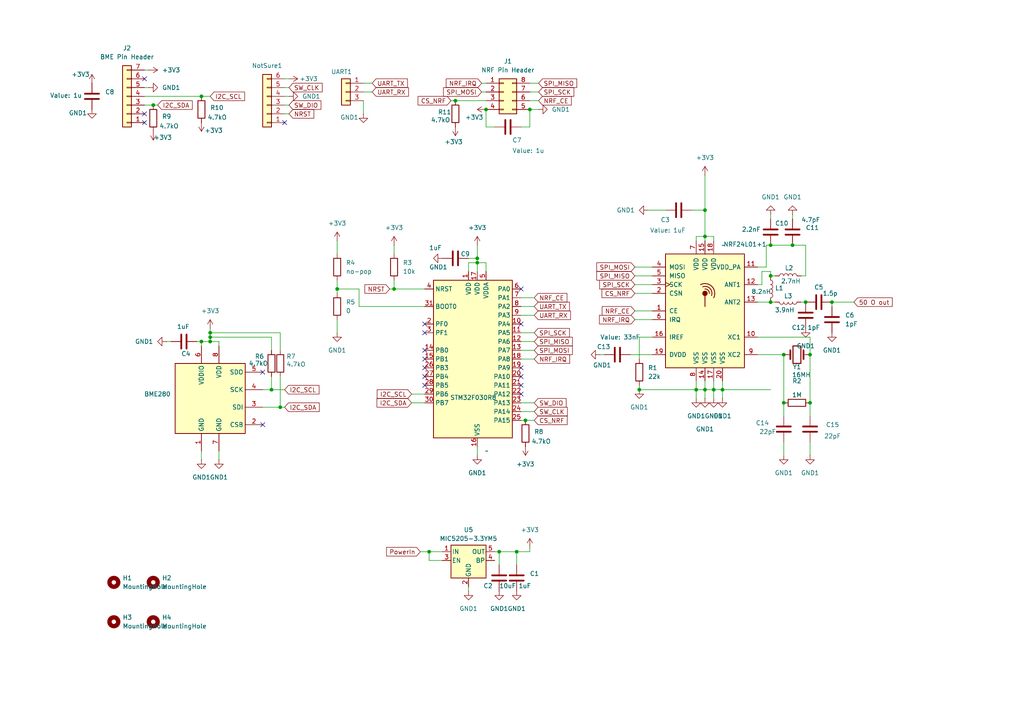
<source format=kicad_sch>
(kicad_sch (version 20231120) (generator "eeschema") (generator_version "8.0")
  (paper "A4")
  (lib_symbols
    (symbol "Connector_Generic:Conn_01x03" (pin_names (offset 1.016) hide)
      (property "Reference" "J" (at 0 5.08 0))
      (property "Value" "Conn_01x03" (at 0 -5.08 0))
      (symbol "Conn_01x03_1_1"
        (pin passive line (at -5.08 2.54 0) (length 3.81) (name "Pin_1") (number "1"))
        (pin passive line (at -5.08 0 0) (length 3.81) (name "Pin_2") (number "2"))
        (pin passive line (at -5.08 -2.54 0) (length 3.81) (name "Pin_3") (number "3"))
      )
    )
    (symbol "Connector_Generic:Conn_01x06" (pin_names (offset 1.016) hide)
      (property "Reference" "J" (at 0 7.62 0))
      (property "Value" "Conn_01x06" (at 0 -10.16 0))
      (symbol "Conn_01x06_1_1"
        (pin passive line (at -5.08 5.08 0) (length 3.81) (name "Pin_1") (number "1"))
        (pin passive line (at -5.08 2.54 0) (length 3.81) (name "Pin_2") (number "2"))
        (pin passive line (at -5.08 0 0) (length 3.81) (name "Pin_3") (number "3"))
        (pin passive line (at -5.08 -2.54 0) (length 3.81) (name "Pin_4") (number "4"))
        (pin passive line (at -5.08 -5.08 0) (length 3.81) (name "Pin_5") (number "5"))
        (pin passive line (at -5.08 -7.62 0) (length 3.81) (name "Pin_6") (number "6"))
      )
    )
    (symbol "Connector_Generic:Conn_01x07" (pin_names (offset 1.016) hide)
      (property "Reference" "J" (at 0 10.16 0))
      (property "Value" "Conn_01x07" (at 0 -10.16 0))
      (symbol "Conn_01x07_1_1"
        (pin passive line (at -5.08 7.62 0) (length 3.81) (name "Pin_1") (number "1"))
        (pin passive line (at -5.08 5.08 0) (length 3.81) (name "Pin_2") (number "2"))
        (pin passive line (at -5.08 2.54 0) (length 3.81) (name "Pin_3") (number "3"))
        (pin passive line (at -5.08 0 0) (length 3.81) (name "Pin_4") (number "4"))
        (pin passive line (at -5.08 -2.54 0) (length 3.81) (name "Pin_5") (number "5"))
        (pin passive line (at -5.08 -5.08 0) (length 3.81) (name "Pin_6") (number "6"))
        (pin passive line (at -5.08 -7.62 0) (length 3.81) (name "Pin_7") (number "7"))
      )
    )
    (symbol "Connector_Generic:Conn_02x04_Counter_Clockwise" (pin_names (offset 1.016) hide)
      (property "Reference" "J" (at 1.27 5.08 0))
      (property "Value" "Conn_02x04_Counter_Clockwise" (at 1.27 -7.62 0))
      (symbol "Conn_02x04_Counter_Clockwise_1_1"
        (pin passive line (at -5.08 2.54 0) (length 3.81) (name "Pin_1") (number "1"))
        (pin passive line (at -5.08 0 0) (length 3.81) (name "Pin_2") (number "2"))
        (pin passive line (at -5.08 -2.54 0) (length 3.81) (name "Pin_3") (number "3"))
        (pin passive line (at -5.08 -5.08 0) (length 3.81) (name "Pin_4") (number "4"))
        (pin passive line (at 7.62 -5.08 180) (length 3.81) (name "Pin_5") (number "5"))
        (pin passive line (at 7.62 -2.54 180) (length 3.81) (name "Pin_6") (number "6"))
        (pin passive line (at 7.62 0 180) (length 3.81) (name "Pin_7") (number "7"))
        (pin passive line (at 7.62 2.54 180) (length 3.81) (name "Pin_8") (number "8"))
      )
    )
    (symbol "Device:C" (pin_numbers hide) (pin_names (offset 0.254))
      (property "Reference" "C" (at 0.635 2.54 0))
      (property "Value" "C" (at 0.635 -2.54 0))
      (symbol "C_1_1"
        (pin passive line (at 0 3.81 270) (length 2.794) (name "~") (number "1"))
        (pin passive line (at 0 -3.81 90) (length 2.794) (name "~") (number "2"))
      )
    )
    (symbol "Device:Crystal" (pin_numbers hide) (pin_names (offset 1.016) hide)
      (property "Reference" "Y" (at 0 3.81 0))
      (property "Value" "Crystal" (at 0 -3.81 0))
      (symbol "Crystal_1_1"
        (pin passive line (at -3.81 0 0) (length 1.27) (name "1") (number "1"))
        (pin passive line (at 3.81 0 180) (length 1.27) (name "2") (number "2"))
      )
    )
    (symbol "Device:L" (pin_numbers hide) (pin_names (offset 1.016) hide)
      (property "Reference" "L" (at -1.27 0 90))
      (property "Value" "L" (at 1.905 0 90))
      (symbol "L_1_1"
        (pin passive line (at 0 3.81 270) (length 1.27) (name "1") (number "1"))
        (pin passive line (at 0 -3.81 90) (length 1.27) (name "2") (number "2"))
      )
    )
    (symbol "Device:R" (pin_numbers hide) (pin_names (offset 0))
      (property "Reference" "R" (at 2.032 0 90))
      (property "Value" "R" (at 0 0 90))
      (symbol "R_1_1"
        (pin passive line (at 0 3.81 270) (length 1.27) (name "~") (number "1"))
        (pin passive line (at 0 -3.81 90) (length 1.27) (name "~") (number "2"))
      )
    )
    (symbol "MCU_ST_STM32F0:STM32F030K6Tx"
      (property "Reference" "U" (at -10.16 24.13 0))
      (property "Value" "STM32F030K6Tx" (at 7.62 24.13 0))
      (symbol "STM32F030K6Tx_1_1"
        (pin power_in line (at 0 25.4 270) (length 2.54) (name "VDD") (number "1"))
        (pin bidirectional line (at 15.24 10.16 180) (length 2.54) (name "PA4") (number "10"))
        (pin bidirectional line (at 15.24 7.62 180) (length 2.54) (name "PA5") (number "11"))
        (pin bidirectional line (at 15.24 5.08 180) (length 2.54) (name "PA6") (number "12"))
        (pin bidirectional line (at 15.24 2.54 180) (length 2.54) (name "PA7") (number "13"))
        (pin bidirectional line (at -12.7 2.54 0) (length 2.54) (name "PB0") (number "14"))
        (pin bidirectional line (at -12.7 0 0) (length 2.54) (name "PB1") (number "15"))
        (pin power_in line (at 2.54 -25.4 90) (length 2.54) (name "VSS") (number "16"))
        (pin power_in line (at 2.54 25.4 270) (length 2.54) (name "VDD") (number "17"))
        (pin bidirectional line (at 15.24 0 180) (length 2.54) (name "PA8") (number "18"))
        (pin bidirectional line (at 15.24 -2.54 180) (length 2.54) (name "PA9") (number "19"))
        (pin bidirectional line (at -12.7 10.16 0) (length 2.54) (name "PF0") (number "2"))
        (pin bidirectional line (at 15.24 -5.08 180) (length 2.54) (name "PA10") (number "20"))
        (pin bidirectional line (at 15.24 -7.62 180) (length 2.54) (name "PA11") (number "21"))
        (pin bidirectional line (at 15.24 -10.16 180) (length 2.54) (name "PA12") (number "22"))
        (pin bidirectional line (at 15.24 -12.7 180) (length 2.54) (name "PA13") (number "23"))
        (pin bidirectional line (at 15.24 -15.24 180) (length 2.54) (name "PA14") (number "24"))
        (pin bidirectional line (at 15.24 -17.78 180) (length 2.54) (name "PA15") (number "25"))
        (pin bidirectional line (at -12.7 -2.54 0) (length 2.54) (name "PB3") (number "26"))
        (pin bidirectional line (at -12.7 -5.08 0) (length 2.54) (name "PB4") (number "27"))
        (pin bidirectional line (at -12.7 -7.62 0) (length 2.54) (name "PB5") (number "28"))
        (pin bidirectional line (at -12.7 -10.16 0) (length 2.54) (name "PB6") (number "29"))
        (pin bidirectional line (at -12.7 7.62 0) (length 2.54) (name "PF1") (number "3"))
        (pin bidirectional line (at -12.7 -12.7 0) (length 2.54) (name "PB7") (number "30"))
        (pin input line (at -12.7 15.24 0) (length 2.54) (name "BOOT0") (number "31"))
        (pin passive line (at 2.54 -25.4 90) (length 2.54) hide (name "VSS") (number "32"))
        (pin input line (at -12.7 20.32 0) (length 2.54) (name "NRST") (number "4"))
        (pin power_in line (at 5.08 25.4 270) (length 2.54) (name "VDDA") (number "5"))
        (pin bidirectional line (at 15.24 20.32 180) (length 2.54) (name "PA0") (number "6"))
        (pin bidirectional line (at 15.24 17.78 180) (length 2.54) (name "PA1") (number "7"))
        (pin bidirectional line (at 15.24 15.24 180) (length 2.54) (name "PA2") (number "8"))
        (pin bidirectional line (at 15.24 12.7 180) (length 2.54) (name "PA3") (number "9"))
      )
    )
    (symbol "Mechanical:MountingHole" (pin_names (offset 1.016)) (exclude_from_sim yes) (in_bom no)
      (property "Reference" "H" (at 0 5.08 0))
      (property "Value" "MountingHole" (at 0 3.175 0))
    )
    (symbol "RF:nRF24L01P" (pin_names (offset 1.016))
      (property "Reference" "U" (at -11.43 17.78 0))
      (property "Value" "nRF24L01P" (at 5.08 17.78 0))
      (symbol "nRF24L01P_1_1"
        (pin input line (at -15.24 0 0) (length 3.81) (name "CE") (number "1"))
        (pin passive line (at 15.24 -7.62 180) (length 3.81) (name "XC1") (number "10"))
        (pin power_out line (at 15.24 12.7 180) (length 3.81) (name "VDD_PA") (number "11"))
        (pin passive line (at 15.24 7.62 180) (length 3.81) (name "ANT1") (number "12"))
        (pin passive line (at 15.24 2.54 180) (length 3.81) (name "ANT2") (number "13"))
        (pin power_in line (at 0 -20.32 90) (length 3.81) (name "VSS") (number "14"))
        (pin power_in line (at 0 20.32 270) (length 3.81) (name "VDD") (number "15"))
        (pin passive line (at -15.24 -7.62 0) (length 3.81) (name "IREF") (number "16"))
        (pin power_in line (at 2.54 -20.32 90) (length 3.81) (name "VSS") (number "17"))
        (pin power_in line (at 2.54 20.32 270) (length 3.81) (name "VDD") (number "18"))
        (pin power_out line (at -15.24 -12.7 0) (length 3.81) (name "DVDD") (number "19"))
        (pin input line (at -15.24 5.08 0) (length 3.81) (name "CSN") (number "2"))
        (pin power_in line (at 5.08 -20.32 90) (length 3.81) (name "VSS") (number "20"))
        (pin input clock (at -15.24 7.62 0) (length 3.81) (name "SCK") (number "3"))
        (pin input line (at -15.24 12.7 0) (length 3.81) (name "MOSI") (number "4"))
        (pin output line (at -15.24 10.16 0) (length 3.81) (name "MISO") (number "5"))
        (pin output line (at -15.24 -2.54 0) (length 3.81) (name "IRQ") (number "6"))
        (pin power_in line (at -2.54 20.32 270) (length 3.81) (name "VDD") (number "7"))
        (pin power_in line (at -2.54 -20.32 90) (length 3.81) (name "VSS") (number "8"))
        (pin passive line (at 15.24 -12.7 180) (length 3.81) (name "XC2") (number "9"))
      )
    )
    (symbol "Regulator_Linear:MIC5205-3.3YM5" (pin_names (offset 0.254))
      (property "Reference" "U" (at -3.81 5.715 0))
      (property "Value" "MIC5205-3.3YM5" (at 0 5.715 0))
      (symbol "MIC5205-3.3YM5_1_1"
        (pin power_in line (at -7.62 2.54 0) (length 2.54) (name "IN") (number "1"))
        (pin power_in line (at 0 -7.62 90) (length 2.54) (name "GND") (number "2"))
        (pin input line (at -7.62 0 0) (length 2.54) (name "EN") (number "3"))
        (pin input line (at 7.62 0 180) (length 2.54) (name "BP") (number "4"))
        (pin power_out line (at 7.62 2.54 180) (length 2.54) (name "OUT") (number "5"))
      )
    )
    (symbol "Sensor:BME280"
      (property "Reference" "U" (at -8.89 11.43 0))
      (property "Value" "BME280" (at 7.62 11.43 0))
      (symbol "BME280_1_1"
        (pin power_in line (at -2.54 -15.24 90) (length 5.08) (name "GND") (number "1"))
        (pin input line (at 15.24 -7.62 180) (length 5.08) (name "CSB") (number "2"))
        (pin bidirectional line (at 15.24 -2.54 180) (length 5.08) (name "SDI") (number "3"))
        (pin input line (at 15.24 2.54 180) (length 5.08) (name "SCK") (number "4"))
        (pin bidirectional line (at 15.24 7.62 180) (length 5.08) (name "SDO") (number "5"))
        (pin power_in line (at -2.54 15.24 270) (length 5.08) (name "VDDIO") (number "6"))
        (pin power_in line (at 2.54 -15.24 90) (length 5.08) (name "GND") (number "7"))
        (pin power_in line (at 2.54 15.24 270) (length 5.08) (name "VDD") (number "8"))
      )
    )
    (symbol "power:+3V3" (power) (pin_numbers hide) (pin_names (offset 0) hide)
      (property "Value" "+3V3" (at 0 3.556 0))
      (symbol "+3V3_1_1"
        (pin power_in line (at 0 0 90) (length 0) (name "~") (number "1"))
      )
    )
    (symbol "power:GND1" (power) (pin_numbers hide) (pin_names (offset 0) hide)
      (property "Value" "GND1" (at 0 -3.81 0))
      (symbol "GND1_1_1"
        (pin power_in line (at 0 0 270) (length 0) (name "~") (number "1"))
      )
    )
  )
  (junction (at 223.52 87.63))
  (junction (at 209.55 113.03))
  (junction (at 229.87 71.12))
  (junction (at 223.52 80.01))
  (junction (at 153.67 31.75))
  (junction (at 132.08 29.21))
  (junction (at 152.4 121.92))
  (junction (at 201.93 113.03))
  (junction (at 138.43 76.2))
  (junction (at 140.97 31.75))
  (junction (at 58.42 27.94))
  (junction (at 144.78 160.02))
  (junction (at 223.52 71.12))
  (junction (at 234.95 116.84))
  (junction (at 60.96 99.06))
  (junction (at 60.96 96.52))
  (junction (at 81.28 118.11))
  (junction (at 204.47 60.96))
  (junction (at 234.95 102.87))
  (junction (at 241.3 87.63))
  (junction (at 149.86 160.02))
  (junction (at 44.45 30.48))
  (junction (at 60.96 97.79))
  (junction (at 204.47 113.03))
  (junction (at 138.43 74.93))
  (junction (at 227.33 102.87))
  (junction (at 124.46 160.02))
  (junction (at 114.3 83.82))
  (junction (at 185.42 113.03))
  (junction (at 233.68 87.63))
  (junction (at 78.74 113.03))
  (junction (at 58.42 99.06))
  (junction (at 207.01 113.03))
  (junction (at 204.47 68.58))
  (junction (at 227.33 116.84))
  (junction (at 97.79 83.82))
  (no_connect (at 123.19 111.76))
  (no_connect (at 151.13 83.82))
  (no_connect (at 151.13 93.98))
  (no_connect (at 151.13 106.68))
  (no_connect (at 82.55 35.56))
  (no_connect (at 151.13 111.76))
  (no_connect (at 123.19 104.14))
  (no_connect (at 41.91 35.56))
  (no_connect (at 123.19 93.98))
  (no_connect (at 123.19 109.22))
  (no_connect (at 151.13 114.3))
  (no_connect (at 123.19 106.68))
  (no_connect (at 123.19 101.6))
  (no_connect (at 76.2 123.19))
  (no_connect (at 123.19 96.52))
  (no_connect (at 76.2 107.95))
  (no_connect (at 41.91 22.86))
  (no_connect (at 41.91 33.02))
  (no_connect (at 151.13 109.22))
  (wire (pts (xy 138.43 74.93) (xy 138.43 76.2)))
  (wire (pts (xy 207.01 69.85) (xy 207.01 68.58)))
  (wire (pts (xy 82.55 33.02) (xy 83.82 33.02)))
  (wire (pts (xy 76.2 113.03) (xy 78.74 113.03)))
  (wire (pts (xy 185.42 111.76) (xy 185.42 113.03)))
  (wire (pts (xy 219.71 102.87) (xy 227.33 102.87)))
  (wire (pts (xy 184.15 85.09) (xy 189.23 85.09)))
  (wire (pts (xy 60.96 95.25) (xy 60.96 96.52)))
  (wire (pts (xy 119.38 114.3) (xy 123.19 114.3)))
  (wire (pts (xy 97.79 83.82) (xy 97.79 81.28)))
  (wire (pts (xy 234.95 97.79) (xy 234.95 102.87)))
  (wire (pts (xy 227.33 116.84) (xy 227.33 120.65)))
  (wire (pts (xy 153.67 160.02) (xy 149.86 160.02)))
  (wire (pts (xy 104.14 88.9) (xy 104.14 83.82)))
  (wire (pts (xy 58.42 130.81) (xy 58.42 133.35)))
  (wire (pts (xy 223.52 80.01) (xy 224.79 80.01)))
  (wire (pts (xy 151.13 36.83) (xy 153.67 36.83)))
  (wire (pts (xy 207.01 110.49) (xy 207.01 113.03)))
  (wire (pts (xy 151.13 116.84) (xy 154.94 116.84)))
  (wire (pts (xy 82.55 27.94) (xy 83.82 27.94)))
  (wire (pts (xy 241.3 87.63) (xy 241.3 88.9)))
  (wire (pts (xy 227.33 102.87) (xy 227.33 116.84)))
  (wire (pts (xy 97.79 69.85) (xy 97.79 73.66)))
  (wire (pts (xy 41.91 25.4) (xy 43.18 25.4)))
  (wire (pts (xy 152.4 121.92) (xy 154.94 121.92)))
  (wire (pts (xy 222.25 71.12) (xy 223.52 71.12)))
  (wire (pts (xy 204.47 60.96) (xy 204.47 68.58)))
  (wire (pts (xy 223.52 62.23) (xy 223.52 63.5)))
  (wire (pts (xy 44.45 30.48) (xy 45.72 30.48)))
  (wire (pts (xy 63.5 99.06) (xy 63.5 100.33)))
  (wire (pts (xy 149.86 160.02) (xy 149.86 163.83)))
  (wire (pts (xy 201.93 113.03) (xy 204.47 113.03)))
  (wire (pts (xy 185.42 97.79) (xy 185.42 104.14)))
  (wire (pts (xy 229.87 71.12) (xy 233.68 71.12)))
  (wire (pts (xy 151.13 88.9) (xy 154.94 88.9)))
  (wire (pts (xy 153.67 29.21) (xy 156.21 29.21)))
  (wire (pts (xy 138.43 129.54) (xy 138.43 132.08)))
  (wire (pts (xy 114.3 71.12) (xy 114.3 73.66)))
  (wire (pts (xy 139.7 24.13) (xy 140.97 24.13)))
  (wire (pts (xy 60.96 96.52) (xy 81.28 96.52)))
  (wire (pts (xy 41.91 27.94) (xy 58.42 27.94)))
  (wire (pts (xy 82.55 30.48) (xy 83.82 30.48)))
  (wire (pts (xy 48.26 99.06) (xy 49.53 99.06)))
  (wire (pts (xy 58.42 99.06) (xy 60.96 99.06)))
  (wire (pts (xy 41.91 20.32) (xy 43.18 20.32)))
  (wire (pts (xy 173.99 102.87) (xy 175.26 102.87)))
  (wire (pts (xy 185.42 113.03) (xy 201.93 113.03)))
  (wire (pts (xy 140.97 76.2) (xy 138.43 76.2)))
  (wire (pts (xy 135.89 76.2) (xy 135.89 78.74)))
  (wire (pts (xy 139.7 26.67) (xy 140.97 26.67)))
  (wire (pts (xy 114.3 83.82) (xy 123.19 83.82)))
  (wire (pts (xy 184.15 77.47) (xy 189.23 77.47)))
  (wire (pts (xy 153.67 31.75) (xy 156.21 31.75)))
  (wire (pts (xy 189.23 97.79) (xy 185.42 97.79)))
  (wire (pts (xy 234.95 102.87) (xy 234.95 116.84)))
  (wire (pts (xy 227.33 128.27) (xy 227.33 132.08)))
  (wire (pts (xy 60.96 97.79) (xy 60.96 99.06)))
  (wire (pts (xy 233.68 71.12) (xy 233.68 80.01)))
  (wire (pts (xy 204.47 113.03) (xy 204.47 115.57)))
  (wire (pts (xy 184.15 82.55) (xy 189.23 82.55)))
  (wire (pts (xy 201.93 110.49) (xy 201.93 113.03)))
  (wire (pts (xy 151.13 121.92) (xy 152.4 121.92)))
  (wire (pts (xy 138.43 71.12) (xy 138.43 74.93)))
  (wire (pts (xy 78.74 109.22) (xy 78.74 113.03)))
  (wire (pts (xy 184.15 90.17) (xy 189.23 90.17)))
  (wire (pts (xy 229.87 62.23) (xy 229.87 63.5)))
  (wire (pts (xy 82.55 25.4) (xy 83.82 25.4)))
  (wire (pts (xy 123.19 88.9) (xy 104.14 88.9)))
  (wire (pts (xy 201.93 113.03) (xy 201.93 115.57)))
  (wire (pts (xy 201.93 68.58) (xy 201.93 69.85)))
  (wire (pts (xy 135.89 74.93) (xy 138.43 74.93)))
  (wire (pts (xy 41.91 30.48) (xy 44.45 30.48)))
  (wire (pts (xy 151.13 119.38) (xy 154.94 119.38)))
  (wire (pts (xy 223.52 71.12) (xy 229.87 71.12)))
  (wire (pts (xy 132.08 29.21) (xy 140.97 29.21)))
  (wire (pts (xy 204.47 68.58) (xy 201.93 68.58)))
  (wire (pts (xy 114.3 83.82) (xy 114.3 81.28)))
  (wire (pts (xy 104.14 83.82) (xy 97.79 83.82)))
  (wire (pts (xy 247.65 87.63) (xy 241.3 87.63)))
  (wire (pts (xy 144.78 160.02) (xy 149.86 160.02)))
  (wire (pts (xy 78.74 97.79) (xy 60.96 97.79)))
  (wire (pts (xy 204.47 50.8) (xy 204.47 60.96)))
  (wire (pts (xy 78.74 97.79) (xy 78.74 101.6)))
  (wire (pts (xy 58.42 99.06) (xy 58.42 100.33)))
  (wire (pts (xy 151.13 104.14) (xy 154.94 104.14)))
  (wire (pts (xy 233.68 80.01) (xy 232.41 80.01)))
  (wire (pts (xy 105.41 29.21) (xy 105.41 33.02)))
  (wire (pts (xy 60.96 96.52) (xy 60.96 97.79)))
  (wire (pts (xy 135.89 170.18) (xy 135.89 171.45)))
  (wire (pts (xy 124.46 160.02) (xy 128.27 160.02)))
  (wire (pts (xy 76.2 118.11) (xy 81.28 118.11)))
  (wire (pts (xy 200.66 60.96) (xy 204.47 60.96)))
  (wire (pts (xy 81.28 109.22) (xy 81.28 118.11)))
  (wire (pts (xy 151.13 101.6) (xy 154.94 101.6)))
  (wire (pts (xy 234.95 128.27) (xy 234.95 132.08)))
  (wire (pts (xy 57.15 99.06) (xy 58.42 99.06)))
  (wire (pts (xy 140.97 36.83) (xy 143.51 36.83)))
  (wire (pts (xy 144.78 160.02) (xy 144.78 163.83)))
  (wire (pts (xy 153.67 158.75) (xy 153.67 160.02)))
  (wire (pts (xy 60.96 99.06) (xy 63.5 99.06)))
  (wire (pts (xy 81.28 118.11) (xy 82.55 118.11)))
  (wire (pts (xy 222.25 77.47) (xy 222.25 71.12)))
  (wire (pts (xy 184.15 80.01) (xy 189.23 80.01)))
  (wire (pts (xy 151.13 91.44) (xy 154.94 91.44)))
  (wire (pts (xy 124.46 162.56) (xy 124.46 160.02)))
  (wire (pts (xy 204.47 68.58) (xy 204.47 69.85)))
  (wire (pts (xy 78.74 113.03) (xy 82.55 113.03)))
  (wire (pts (xy 219.71 82.55) (xy 220.98 82.55)))
  (wire (pts (xy 97.79 83.82) (xy 97.79 85.09)))
  (wire (pts (xy 219.71 97.79) (xy 234.95 97.79)))
  (wire (pts (xy 81.28 96.52) (xy 81.28 101.6)))
  (wire (pts (xy 143.51 160.02) (xy 144.78 160.02)))
  (wire (pts (xy 151.13 99.06) (xy 154.94 99.06)))
  (wire (pts (xy 63.5 130.81) (xy 63.5 133.35)))
  (wire (pts (xy 135.89 76.2) (xy 138.43 76.2)))
  (wire (pts (xy 140.97 31.75) (xy 140.97 36.83)))
  (wire (pts (xy 184.15 92.71) (xy 189.23 92.71)))
  (wire (pts (xy 128.27 162.56) (xy 124.46 162.56)))
  (wire (pts (xy 219.71 77.47) (xy 222.25 77.47)))
  (wire (pts (xy 207.01 113.03) (xy 209.55 113.03)))
  (wire (pts (xy 153.67 31.75) (xy 153.67 36.83)))
  (wire (pts (xy 82.55 22.86) (xy 83.82 22.86)))
  (wire (pts (xy 138.43 76.2) (xy 138.43 78.74)))
  (wire (pts (xy 223.52 78.74) (xy 220.98 78.74)))
  (wire (pts (xy 219.71 87.63) (xy 223.52 87.63)))
  (wire (pts (xy 113.03 83.82) (xy 114.3 83.82)))
  (wire (pts (xy 223.52 113.03) (xy 209.55 113.03)))
  (wire (pts (xy 151.13 96.52) (xy 154.94 96.52)))
  (wire (pts (xy 223.52 87.63) (xy 224.79 87.63)))
  (wire (pts (xy 209.55 110.49) (xy 209.55 113.03)))
  (wire (pts (xy 223.52 80.01) (xy 223.52 78.74)))
  (wire (pts (xy 153.67 26.67) (xy 156.21 26.67)))
  (wire (pts (xy 140.97 76.2) (xy 140.97 78.74)))
  (wire (pts (xy 153.67 24.13) (xy 156.21 24.13)))
  (wire (pts (xy 97.79 92.71) (xy 97.79 96.52)))
  (wire (pts (xy 209.55 113.03) (xy 209.55 115.57)))
  (wire (pts (xy 220.98 78.74) (xy 220.98 82.55)))
  (wire (pts (xy 151.13 86.36) (xy 154.94 86.36)))
  (wire (pts (xy 105.41 24.13) (xy 107.95 24.13)))
  (wire (pts (xy 130.81 29.21) (xy 132.08 29.21)))
  (wire (pts (xy 204.47 110.49) (xy 204.47 113.03)))
  (wire (pts (xy 58.42 27.94) (xy 60.96 27.94)))
  (wire (pts (xy 105.41 26.67) (xy 107.95 26.67)))
  (wire (pts (xy 207.01 113.03) (xy 207.01 115.57)))
  (wire (pts (xy 182.88 102.87) (xy 189.23 102.87)))
  (wire (pts (xy 119.38 116.84) (xy 123.19 116.84)))
  (wire (pts (xy 233.68 87.63) (xy 232.41 87.63)))
  (wire (pts (xy 234.95 120.65) (xy 234.95 116.84)))
  (wire (pts (xy 204.47 113.03) (xy 207.01 113.03)))
  (wire (pts (xy 207.01 68.58) (xy 204.47 68.58)))
  (wire (pts (xy 121.92 160.02) (xy 124.46 160.02)))
  (wire (pts (xy 187.96 60.96) (xy 193.04 60.96)))
  (global_label "I2C_SCL" (shape input) (at 60.96 27.94 0) (property "Intersheetrefs" "${INTERSHEET_REFS}" (effects (hide yes))))
  (global_label "I2C_SDA" (shape input) (at 82.55 118.11 0) (property "Intersheetrefs" "${INTERSHEET_REFS}" (effects (hide yes))))
  (global_label "NRF_CE" (shape input) (at 154.94 86.36 0) (property "Intersheetrefs" "${INTERSHEET_REFS}" (effects (hide yes))))
  (global_label "NRST" (shape input) (at 113.03 83.82 180) (property "Intersheetrefs" "${INTERSHEET_REFS}" (effects (hide yes))))
  (global_label "UART_TX" (shape input) (at 154.94 88.9 0) (property "Intersheetrefs" "${INTERSHEET_REFS}" (effects (hide yes))))
  (global_label "SPI_SCK" (shape input) (at 156.21 26.67 0) (property "Intersheetrefs" "${INTERSHEET_REFS}" (effects (hide yes))))
  (global_label "SPI_MISO" (shape input) (at 184.15 80.01 180) (property "Intersheetrefs" "${INTERSHEET_REFS}" (effects (hide yes))))
  (global_label "SPI_SCK" (shape input) (at 184.15 82.55 180) (property "Intersheetrefs" "${INTERSHEET_REFS}" (effects (hide yes))))
  (global_label "NRF_CE" (shape input) (at 184.15 90.17 180) (property "Intersheetrefs" "${INTERSHEET_REFS}" (effects (hide yes))))
  (global_label "UART_RX" (shape input) (at 107.95 26.67 0) (property "Intersheetrefs" "${INTERSHEET_REFS}" (effects (hide yes))))
  (global_label "SPI_MISO" (shape input) (at 154.94 99.06 0) (property "Intersheetrefs" "${INTERSHEET_REFS}" (effects (hide yes))))
  (global_label "NRF_CE" (shape input) (at 156.21 29.21 0) (property "Intersheetrefs" "${INTERSHEET_REFS}" (effects (hide yes))))
  (global_label "CS_NRF" (shape input) (at 154.94 121.92 0) (property "Intersheetrefs" "${INTERSHEET_REFS}" (effects (hide yes))))
  (global_label "SPI_MISO" (shape input) (at 156.21 24.13 0) (property "Intersheetrefs" "${INTERSHEET_REFS}" (effects (hide yes))))
  (global_label "NRF_IRQ" (shape input) (at 154.94 104.14 0) (property "Intersheetrefs" "${INTERSHEET_REFS}" (effects (hide yes))))
  (global_label "I2C_SDA" (shape input) (at 45.72 30.48 0) (property "Intersheetrefs" "${INTERSHEET_REFS}" (effects (hide yes))))
  (global_label "SPI_MOSI" (shape input) (at 139.7 26.67 180) (property "Intersheetrefs" "${INTERSHEET_REFS}" (effects (hide yes))))
  (global_label "SW_DIO" (shape input) (at 154.94 116.84 0) (property "Intersheetrefs" "${INTERSHEET_REFS}" (effects (hide yes))))
  (global_label "NRF_IRQ" (shape input) (at 184.15 92.71 180) (property "Intersheetrefs" "${INTERSHEET_REFS}" (effects (hide yes))))
  (global_label "I2C_SCL" (shape input) (at 119.38 114.3 180) (property "Intersheetrefs" "${INTERSHEET_REFS}" (effects (hide yes))))
  (global_label "NRST" (shape input) (at 83.82 33.02 0) (property "Intersheetrefs" "${INTERSHEET_REFS}" (effects (hide yes))))
  (global_label "I2C_SCL" (shape input) (at 82.55 113.03 0) (property "Intersheetrefs" "${INTERSHEET_REFS}" (effects (hide yes))))
  (global_label "SW_CLK" (shape input) (at 154.94 119.38 0) (property "Intersheetrefs" "${INTERSHEET_REFS}" (effects (hide yes))))
  (global_label "UART_RX" (shape input) (at 154.94 91.44 0) (property "Intersheetrefs" "${INTERSHEET_REFS}" (effects (hide yes))))
  (global_label "UART_TX" (shape input) (at 107.95 24.13 0) (property "Intersheetrefs" "${INTERSHEET_REFS}" (effects (hide yes))))
  (global_label "SPI_SCK" (shape input) (at 154.94 96.52 0) (property "Intersheetrefs" "${INTERSHEET_REFS}" (effects (hide yes))))
  (global_label "CS_NRF" (shape input) (at 130.81 29.21 180) (property "Intersheetrefs" "${INTERSHEET_REFS}" (effects (hide yes))))
  (global_label "I2C_SDA" (shape input) (at 119.38 116.84 180) (property "Intersheetrefs" "${INTERSHEET_REFS}" (effects (hide yes))))
  (global_label "SPI_MOSI" (shape input) (at 154.94 101.6 0) (property "Intersheetrefs" "${INTERSHEET_REFS}" (effects (hide yes))))
  (global_label "SW_CLK" (shape input) (at 83.82 25.4 0) (property "Intersheetrefs" "${INTERSHEET_REFS}" (effects (hide yes))))
  (global_label "PowerIn" (shape input) (at 121.92 160.02 180) (property "Intersheetrefs" "${INTERSHEET_REFS}" (effects (hide yes))))
  (global_label "SW_DIO" (shape input) (at 83.82 30.48 0) (property "Intersheetrefs" "${INTERSHEET_REFS}" (effects (hide yes))))
  (global_label "50 O out" (shape input) (at 247.65 87.63 0) (property "Intersheetrefs" "${INTERSHEET_REFS}" (effects (hide yes))))
  (global_label "CS_NRF" (shape input) (at 184.15 85.09 180) (property "Intersheetrefs" "${INTERSHEET_REFS}" (effects (hide yes))))
  (global_label "SPI_MOSI" (shape input) (at 184.15 77.47 180) (property "Intersheetrefs" "${INTERSHEET_REFS}" (effects (hide yes))))
  (global_label "NRF_IRQ" (shape input) (at 139.7 24.13 180) (property "Intersheetrefs" "${INTERSHEET_REFS}" (effects (hide yes))))
  (symbol (lib_id "power:GND1") (at 173.99 102.87 270) (mirror x) (unit 1)
    (property "Reference" "#PWR025" (effects (hide yes)))
    (property "Value" "GND1" (at 177.292 105.918 90) (effects (justify right)))
    (property "Description" "Power symbol creates a global label with name \"GND1\" , ground" (effects (hide yes)))
  )
  (symbol (lib_id "power:GND1") (at 156.21 31.75 90) (mirror x) (unit 1)
    (property "Reference" "#PWR031" (effects (hide yes)))
    (property "Value" "GND1" (at 160.02 31.7501 90) (effects (justify right)))
    (property "Description" "Power symbol creates a global label with name \"GND1\" , ground" (effects (hide yes)))
  )
  (symbol (lib_id "power:GND1") (at 234.95 132.08 0) (unit 1)
    (property "Reference" "#PWR027" (effects (hide yes)))
    (property "Value" "GND1" (at 234.95 137.16 0))
    (property "Description" "Power symbol creates a global label with name \"GND1\" , ground" (effects (hide yes)))
  )
  (symbol (lib_id "power:GND1") (at 229.87 62.23 0) (mirror x) (unit 1)
    (property "Reference" "#PWR019" (effects (hide yes)))
    (property "Value" "GND1" (at 229.87 57.15 0))
    (property "Description" "Power symbol creates a global label with name \"GND1\" , ground" (effects (hide yes)))
  )
  (symbol (lib_id "power:+3V3") (at 152.4 129.54 0) (mirror x) (unit 1)
    (property "Reference" "#PWR039" (effects (hide yes)))
    (property "Value" "+3V3" (at 152.4 134.62 0))
    (property "Description" "Power symbol creates a global label with name \"+3V3\"" (effects (hide yes)))
  )
  (symbol (lib_id "Device:C") (at 241.3 92.71 0) (unit 1)
    (property "Reference" "C6" (at 245.11 91.4399 0) (effects (justify left)))
    (property "Value" "1pF" (at 245.11 93.9799 0) (effects (justify left)))
    (property "Footprint" "Capacitor_SMD:C_0402_1005Metric_Pad0.74x0.62mm_HandSolder" (effects (hide yes)))
    (property "Description" "Unpolarized capacitor" (effects (hide yes)))
  )
  (symbol (lib_id "Device:L") (at 223.52 83.82 0) (unit 1)
    (property "Reference" "L1" (at 224.79 83.566 0) (effects (justify left)))
    (property "Value" "8.2nH" (at 217.932 84.582 0) (effects (justify left)))
    (property "Footprint" "Inductor_SMD:L_0402_1005Metric_Pad0.77x0.64mm_HandSolder" (effects (hide yes)))
    (property "Description" "Inductor" (effects (hide yes)))
  )
  (symbol (lib_id "Device:Crystal") (at 231.14 102.87 0) (unit 1)
    (property "Reference" "Y1" (at 231.14 106.426 0))
    (property "Value" "16MH" (at 232.41 108.712 0))
    (property "Footprint" "ECS-160-20-46X:XTAL_ECS-160-20-46X" (effects (hide yes)))
    (property "Description" "Two pin crystal" (effects (hide yes)))
  )
  (symbol (lib_id "power:GND1") (at 187.96 60.96 270) (mirror x) (unit 1)
    (property "Reference" "#PWR024" (effects (hide yes)))
    (property "Value" "GND1" (at 184.15 60.9599 90) (effects (justify right)))
    (property "Description" "Power symbol creates a global label with name \"GND1\" , ground" (effects (hide yes)))
  )
  (symbol (lib_id "power:+3V3") (at 43.18 20.32 270) (unit 1)
    (property "Reference" "#PWR032" (effects (hide yes)))
    (property "Value" "+3V3" (at 46.99 20.3199 90) (effects (justify left)))
    (property "Description" "Power symbol creates a global label with name \"+3V3\"" (effects (hide yes)))
  )
  (symbol (lib_id "power:+3V3") (at 26.67 24.13 0) (unit 1)
    (property "Reference" "#PWR034" (effects (hide yes)))
    (property "Value" "+3V3" (at 23.368 21.59 0))
    (property "Description" "Power symbol creates a global label with name \"+3V3\"" (effects (hide yes)))
  )
  (symbol (lib_id "power:GND1") (at 223.52 62.23 0) (mirror x) (unit 1)
    (property "Reference" "#PWR022" (effects (hide yes)))
    (property "Value" "GND1" (at 223.52 57.15 0))
    (property "Description" "Power symbol creates a global label with name \"GND1\" , ground" (effects (hide yes)))
  )
  (symbol (lib_id "Connector_Generic:Conn_01x03") (at 100.33 26.67 0) (mirror y) (unit 1)
    (property "Reference" "UART1" (at 102.108 20.828 0) (effects (justify left)))
    (property "Value" "UART" (effects (hide yes)))
    (property "Footprint" "Connector_PinHeader_2.54mm:PinHeader_1x03_P2.54mm_Vertical" (effects (hide yes)))
    (property "Description" "Generic connector, single row, 01x03, script generated (kicad-library-utils/schlib/autogen/connector/)" (effects (hide yes)))
  )
  (symbol (lib_id "Device:C") (at 223.52 67.31 0) (unit 1)
    (property "Reference" "C10" (at 224.79 64.77 0) (effects (justify left)))
    (property "Value" "2.2nF" (at 215.138 66.548 0) (effects (justify left)))
    (property "Footprint" "Capacitor_SMD:C_0402_1005Metric_Pad0.74x0.62mm_HandSolder" (effects (hide yes)))
    (property "Description" "Unpolarized capacitor" (effects (hide yes)))
  )
  (symbol (lib_id "power:GND1") (at 227.33 132.08 0) (unit 1)
    (property "Reference" "#PWR026" (effects (hide yes)))
    (property "Value" "GND1" (at 227.33 137.16 0))
    (property "Description" "Power symbol creates a global label with name \"GND1\" , ground" (effects (hide yes)))
  )
  (symbol (lib_id "power:GND1") (at 97.79 96.52 0) (unit 1)
    (property "Reference" "#PWR018" (effects (hide yes)))
    (property "Value" "GND1" (at 97.79 101.6 0))
    (property "Description" "Power symbol creates a global label with name \"GND1\" , ground" (effects (hide yes)))
  )
  (symbol (lib_id "Device:L") (at 228.6 87.63 270) (unit 1)
    (property "Reference" "L3" (at 228.6 85.852 90))
    (property "Value" "3.9nH" (at 227.584 89.916 90))
    (property "Footprint" "Inductor_SMD:L_0402_1005Metric_Pad0.77x0.64mm_HandSolder" (effects (hide yes)))
    (property "Description" "Inductor" (effects (hide yes)))
  )
  (symbol (lib_id "Device:R") (at 78.74 105.41 0) (unit 1)
    (property "Reference" "R6" (at 73.914 103.378 0) (effects (justify left)))
    (property "Value" "4.7kO" (at 72.136 105.41 0) (effects (justify left)))
    (property "Footprint" "Resistor_SMD:R_0603_1608Metric_Pad0.98x0.95mm_HandSolder" (effects (hide yes)))
    (property "Description" "Resistor" (effects (hide yes)))
    (property "Sim.Device" "R" (effects (hide yes)))
    (property "Sim.Type" "=" (effects (hide yes)))
    (property "Sim.Params" "r=22000" (effects (hide yes)))
    (property "Sim.Pins" "1=+ 2=-" (effects (hide yes)))
  )
  (symbol (lib_id "power:GND1") (at 83.82 27.94 90) (unit 1)
    (property "Reference" "#PWR037" (effects (hide yes)))
    (property "Value" "GND1" (at 87.63 27.9399 90) (effects (justify right)))
    (property "Description" "Power symbol creates a global label with name \"GND1\" , ground" (effects (hide yes)))
  )
  (symbol (lib_id "power:+3V3") (at 83.82 22.86 270) (unit 1)
    (property "Reference" "#PWR036" (effects (hide yes)))
    (property "Value" "+3V3" (at 86.868 22.86 90) (effects (justify left)))
    (property "Description" "Power symbol creates a global label with name \"+3V3\"" (effects (hide yes)))
  )
  (symbol (lib_id "Sensor:BME280") (at 60.96 115.57 0) (unit 1)
    (property "Reference" "BME280" (at 49.53 114.2999 0) (effects (justify right)))
    (property "Value" "BME280" (effects (hide yes)))
    (property "Footprint" "Package_LGA:Bosch_LGA-8_2.5x2.5mm_P0.65mm_ClockwisePinNumbering" (effects (hide yes)))
    (property "Datasheet" "https://www.bosch-sensortec.com/media/boschsensortec/downloads/datasheets/bst-bme280-ds002.pdf" (effects (hide yes)))
    (property "Description" "3-in-1 sensor, humidity, pressure, temperature, I2C and SPI interface, 1.71-3.6V, LGA-8" (effects (hide yes)))
  )
  (symbol (lib_id "Device:R") (at 44.45 34.29 0) (mirror x) (unit 1)
    (property "Reference" "R9" (at 46.99 33.782 0) (effects (justify left)))
    (property "Value" "4.7kO" (at 46.228 36.576 0) (effects (justify left)))
    (property "Footprint" "Resistor_SMD:R_0603_1608Metric_Pad0.98x0.95mm_HandSolder" (effects (hide yes)))
    (property "Description" "Resistor" (effects (hide yes)))
    (property "Sim.Device" "R" (effects (hide yes)))
    (property "Sim.Type" "=" (effects (hide yes)))
    (property "Sim.Params" "r=22000" (effects (hide yes)))
    (property "Sim.Pins" "1=+ 2=-" (effects (hide yes)))
  )
  (symbol (lib_id "Device:R") (at 97.79 77.47 0) (unit 1)
    (property "Reference" "R4" (at 100.33 76.1999 0) (effects (justify left)))
    (property "Value" "no-pop" (at 100.33 78.7399 0) (effects (justify left)))
    (property "Footprint" "Resistor_SMD:R_0603_1608Metric_Pad0.98x0.95mm_HandSolder" (effects (hide yes)))
    (property "Description" "Resistor" (effects (hide yes)))
  )
  (symbol (lib_id "Device:C") (at 229.87 67.31 0) (unit 1)
    (property "Reference" "C11" (at 233.68 66.0399 0) (effects (justify left)))
    (property "Value" "4.7pF" (at 232.41 63.754 0) (effects (justify left)))
    (property "Footprint" "Capacitor_SMD:C_0402_1005Metric_Pad0.74x0.62mm_HandSolder" (effects (hide yes)))
    (property "Description" "Unpolarized capacitor" (effects (hide yes)))
  )
  (symbol (lib_id "power:+3V3") (at 132.08 36.83 0) (mirror x) (unit 1)
    (property "Reference" "#PWR09" (effects (hide yes)))
    (property "Value" "+3V3" (at 131.572 41.148 0))
    (property "Description" "Power symbol creates a global label with name \"+3V3\"" (effects (hide yes)))
  )
  (symbol (lib_id "Device:R") (at 114.3 77.47 0) (unit 1)
    (property "Reference" "R3" (at 116.84 76.1999 0) (effects (justify left)))
    (property "Value" "10k" (at 116.84 78.7399 0) (effects (justify left)))
    (property "Footprint" "Resistor_SMD:R_0603_1608Metric_Pad0.98x0.95mm_HandSolder" (effects (hide yes)))
    (property "Description" "Resistor" (effects (hide yes)))
  )
  (symbol (lib_id "power:GND1") (at 241.3 96.52 0) (unit 1)
    (property "Reference" "#PWR016" (effects (hide yes)))
    (property "Value" "GND1" (at 241.3 101.6 0))
    (property "Description" "Power symbol creates a global label with name \"GND1\" , ground" (effects (hide yes)))
  )
  (symbol (lib_id "power:GND1") (at 201.93 115.57 0) (unit 1)
    (property "Reference" "#PWR01" (effects (hide yes)))
    (property "Value" "GND1" (at 201.93 120.65 0))
    (property "Description" "Power symbol creates a global label with name \"GND1\" , ground" (effects (hide yes)))
  )
  (symbol (lib_id "Connector_Generic:Conn_01x07") (at 36.83 27.94 180) (unit 1)
    (property "Reference" "J2" (at 36.83 13.97 0))
    (property "Value" "BME Pin Header" (at 36.83 16.51 0))
    (property "Footprint" "Connector_PinHeader_2.54mm:PinHeader_1x07_P2.54mm_Vertical" (effects (hide yes)))
    (property "Description" "Generic connector, single row, 01x07, script generated (kicad-library-utils/schlib/autogen/connector/)" (effects (hide yes)))
  )
  (symbol (lib_id "power:+3V3") (at 58.42 35.56 0) (mirror x) (unit 1)
    (property "Reference" "#PWR015" (effects (hide yes)))
    (property "Value" "+3V3" (at 61.976 37.846 0))
    (property "Description" "Power symbol creates a global label with name \"+3V3\"" (effects (hide yes)))
  )
  (symbol (lib_id "Device:C") (at 227.33 124.46 0) (unit 1)
    (property "Reference" "C14" (at 219.202 122.682 0) (effects (justify left)))
    (property "Value" "22pF" (at 220.218 125.222 0) (effects (justify left)))
    (property "Footprint" "Capacitor_SMD:C_0603_1608Metric_Pad1.08x0.95mm_HandSolder" (effects (hide yes)))
    (property "Description" "Unpolarized capacitor" (effects (hide yes)))
  )
  (symbol (lib_id "power:+3V3") (at 140.97 31.75 90) (unit 1)
    (property "Reference" "#PWR030" (effects (hide yes)))
    (property "Value" "+3V3" (at 140.208 34.036 90) (effects (justify left)))
    (property "Description" "Power symbol creates a global label with name \"+3V3\"" (effects (hide yes)))
  )
  (symbol (lib_id "power:GND1") (at 48.26 99.06 270) (unit 1)
    (property "Reference" "#PWR028" (effects (hide yes)))
    (property "Value" "GND1" (at 44.45 99.0599 90) (effects (justify right)))
    (property "Description" "Power symbol creates a global label with name \"GND1\" , ground" (effects (hide yes)))
  )
  (symbol (lib_id "Device:C") (at 147.32 36.83 270) (unit 1)
    (property "Reference" "C7" (at 148.5901 40.64 90) (effects (justify left)))
    (property "Value" "1u" (at 148.59 43.688 90) (show_name yes) (effects (justify left)))
    (property "Footprint" "Capacitor_SMD:C_0603_1608Metric_Pad1.08x0.95mm_HandSolder" (effects (hide yes)))
    (property "Description" "Unpolarized capacitor" (effects (hide yes)))
  )
  (symbol (lib_id "Device:C") (at 149.86 167.64 0) (unit 1)
    (property "Reference" "C1" (at 153.67 166.3699 0) (effects (justify left)))
    (property "Value" "1uF" (at 150.368 169.926 0) (effects (justify left)))
    (property "Footprint" "Capacitor_SMD:C_0603_1608Metric_Pad1.08x0.95mm_HandSolder" (effects (hide yes)))
    (property "Description" "Unpolarized capacitor" (effects (hide yes)))
  )
  (symbol (lib_id "Device:R") (at 58.42 31.75 0) (mirror x) (unit 1)
    (property "Reference" "R10" (at 60.96 31.242 0) (effects (justify left)))
    (property "Value" "4.7kO" (at 60.198 34.036 0) (effects (justify left)))
    (property "Footprint" "Resistor_SMD:R_0603_1608Metric_Pad0.98x0.95mm_HandSolder" (effects (hide yes)))
    (property "Description" "Resistor" (effects (hide yes)))
    (property "Sim.Device" "R" (effects (hide yes)))
    (property "Sim.Type" "=" (effects (hide yes)))
    (property "Sim.Params" "r=22000" (effects (hide yes)))
    (property "Sim.Pins" "1=+ 2=-" (effects (hide yes)))
  )
  (symbol (lib_id "power:GND1") (at 204.47 115.57 0) (unit 1)
    (property "Reference" "#PWR02" (effects (hide yes)))
    (property "Value" "GND1" (at 204.47 124.46 0))
    (property "Description" "Power symbol creates a global label with name \"GND1\" , ground" (effects (hide yes)))
  )
  (symbol (lib_id "power:GND1") (at 128.27 74.93 270) (unit 1)
    (property "Reference" "#PWR023" (effects (hide yes)))
    (property "Value" "GND1" (at 129.794 77.47 90) (effects (justify right)))
    (property "Description" "Power symbol creates a global label with name \"GND1\" , ground" (effects (hide yes)))
  )
  (symbol (lib_id "power:GND1") (at 58.42 133.35 0) (unit 1)
    (property "Reference" "#PWR011" (effects (hide yes)))
    (property "Value" "GND1" (at 58.42 138.43 0))
    (property "Description" "Power symbol creates a global label with name \"GND1\" , ground" (effects (hide yes)))
  )
  (symbol (lib_id "Connector_Generic:Conn_02x04_Counter_Clockwise") (at 146.05 26.67 0) (unit 1)
    (property "Reference" "J1" (at 147.32 17.78 0))
    (property "Value" "NRF Pin Header" (at 147.32 20.32 0))
    (property "Footprint" "Connector_PinHeader_2.54mm:PinHeader_2x04_P2.54mm_Vertical" (effects (hide yes)))
    (property "Description" "Generic connector, double row, 02x04, counter clockwise pin numbering scheme (similar to DIP package numbering), script generated (kicad-library-utils/schlib/autogen/connector/)" (effects (hide yes)))
  )
  (symbol (lib_id "Device:R") (at 97.79 88.9 0) (unit 1)
    (property "Reference" "R5" (at 100.33 87.6299 0) (effects (justify left)))
    (property "Value" "0" (at 100.33 90.1699 0) (effects (justify left)))
    (property "Footprint" "Resistor_SMD:R_0603_1608Metric_Pad0.98x0.95mm_HandSolder" (effects (hide yes)))
    (property "Description" "Resistor" (effects (hide yes)))
  )
  (symbol (lib_id "Device:C") (at 233.68 91.44 0) (unit 1)
    (property "Reference" "C12" (at 229.616 94.996 0) (effects (justify left)))
    (property "Value" "1pF" (at 234.188 94.996 0) (effects (justify left)))
    (property "Footprint" "Capacitor_SMD:C_0402_1005Metric_Pad0.74x0.62mm_HandSolder" (effects (hide yes)))
    (property "Description" "Unpolarized capacitor" (effects (hide yes)))
  )
  (symbol (lib_id "power:GND1") (at 135.89 171.45 0) (unit 1)
    (property "Reference" "#PWR06" (effects (hide yes)))
    (property "Value" "GND1" (at 135.89 176.53 0))
    (property "Description" "Power symbol creates a global label with name \"GND1\" , ground" (effects (hide yes)))
  )
  (symbol (lib_id "Device:L") (at 228.6 80.01 90) (unit 1)
    (property "Reference" "L2" (at 228.854 77.724 90))
    (property "Value" "2.7nH" (at 229.362 81.534 90))
    (property "Footprint" "Inductor_SMD:L_0402_1005Metric_Pad0.77x0.64mm_HandSolder" (effects (hide yes)))
    (property "Description" "Inductor" (effects (hide yes)))
  )
  (symbol (lib_id "Device:R") (at 231.14 116.84 90) (unit 1)
    (property "Reference" "R2" (at 231.14 110.49 90))
    (property "Value" "1M" (at 231.14 114.554 90))
    (property "Footprint" "Resistor_SMD:R_0603_1608Metric_Pad0.98x0.95mm_HandSolder" (effects (hide yes)))
    (property "Description" "Resistor" (effects (hide yes)))
    (property "Sim.Device" "R" (effects (hide yes)))
    (property "Sim.Type" "=" (effects (hide yes)))
    (property "Sim.Params" "r=22000" (effects (hide yes)))
    (property "Sim.Pins" "1=+ 2=-" (effects (hide yes)))
  )
  (symbol (lib_id "power:GND1") (at 43.18 25.4 90) (unit 1)
    (property "Reference" "#PWR033" (effects (hide yes)))
    (property "Value" "GND1" (at 46.99 25.3999 90) (effects (justify right)))
    (property "Description" "Power symbol creates a global label with name \"GND1\" , ground" (effects (hide yes)))
  )
  (symbol (lib_id "RF:nRF24L01P") (at 204.47 90.17 0) (unit 1)
    (property "Reference" "NRF24L01+1" (at 209.804 70.866 0) (effects (justify left)))
    (property "Value" "~" (at 209.2041 71.12 0) (effects (justify left)))
    (property "Footprint" "Package_DFN_QFN:QFN-20-1EP_4x4mm_P0.5mm_EP2.5x2.5mm" (effects (hide yes)))
    (property "Datasheet" "http://www.nordicsemi.com/eng/content/download/2726/34069/file/nRF24L01P_Product_Specification_1_0.pdf" (effects (hide yes)))
    (property "Description" "nRF24L01+, Ultra low power 2.4GHz RF Transceiver, QFN20 4x4mm" (effects (hide yes)))
  )
  (symbol (lib_id "power:GND1") (at 207.01 115.57 0) (unit 1)
    (property "Reference" "#PWR03" (effects (hide yes)))
    (property "Value" "GND1" (at 207.01 120.65 0))
    (property "Description" "Power symbol creates a global label with name \"GND1\" , ground" (effects (hide yes)))
  )
  (symbol (lib_id "power:GND1") (at 63.5 133.35 0) (unit 1)
    (property "Reference" "#PWR012" (effects (hide yes)))
    (property "Value" "GND1" (at 63.5 138.43 0))
    (property "Description" "Power symbol creates a global label with name \"GND1\" , ground" (effects (hide yes)))
  )
  (symbol (lib_id "MCU_ST_STM32F0:STM32F030K6Tx") (at 135.89 104.14 0) (unit 1)
    (property "Reference" "STM32F030R8" (at 130.556 115.316 0) (effects (justify left)))
    (property "Value" "~" (at 140.6241 130.81 0) (effects (justify left)))
    (property "Footprint" "Package_QFP:LQFP-32_7x7mm_P0.8mm" (effects (hide yes)))
    (property "Datasheet" "https://www.st.com/resource/en/datasheet/stm32f030k6.pdf" (effects (hide yes)))
    (property "Description" "STMicroelectronics Arm Cortex-M0 MCU, 32KB flash, 4KB RAM, 48 MHz, 2.4-3.6V, 25 GPIO, LQFP32" (effects (hide yes)))
  )
  (symbol (lib_id "Mechanical:MountingHole") (at 33.02 168.91 0) (unit 1) (exclude_from_sim yes) (in_bom no)
    (property "Reference" "H1" (at 35.56 167.6399 0) (effects (justify left)))
    (property "Value" "MountingHole" (at 35.56 170.1799 0) (effects (justify left)))
    (property "Footprint" "MountingHole:MountingHole_2.2mm_M2" (effects (hide yes)))
    (property "Description" "Mounting Hole without connection" (effects (hide yes)))
  )
  (symbol (lib_id "Connector_Generic:Conn_01x06") (at 77.47 30.48 180) (unit 1)
    (property "Reference" "NotSure1" (at 77.47 19.05 0))
    (property "Value" "NOT SURE WHAT THIS IS" (effects (hide yes)))
    (property "Footprint" "Connector_PinHeader_2.54mm:PinHeader_1x06_P2.54mm_Vertical" (effects (hide yes)))
    (property "Description" "Generic connector, single row, 01x06, script generated (kicad-library-utils/schlib/autogen/connector/)" (effects (hide yes)))
  )
  (symbol (lib_id "Device:R") (at 132.08 33.02 0) (mirror x) (unit 1)
    (property "Reference" "R11" (at 127 32.512 0) (effects (justify left)))
    (property "Value" "4.7kO" (at 124.968 34.798 0) (effects (justify left)))
    (property "Footprint" "Resistor_SMD:R_0603_1608Metric_Pad0.98x0.95mm_HandSolder" (effects (hide yes)))
    (property "Description" "Resistor" (effects (hide yes)))
    (property "Sim.Device" "R" (effects (hide yes)))
    (property "Sim.Type" "=" (effects (hide yes)))
    (property "Sim.Params" "r=22000" (effects (hide yes)))
    (property "Sim.Pins" "1=+ 2=-" (effects (hide yes)))
  )
  (symbol (lib_id "power:GND1") (at 144.78 171.45 0) (unit 1)
    (property "Reference" "#PWR07" (effects (hide yes)))
    (property "Value" "GND1" (at 144.78 176.53 0))
    (property "Description" "Power symbol creates a global label with name \"GND1\" , ground" (effects (hide yes)))
  )
  (symbol (lib_id "Device:R") (at 152.4 125.73 0) (mirror x) (unit 1)
    (property "Reference" "R8" (at 154.94 125.222 0) (effects (justify left)))
    (property "Value" "4.7kO" (at 154.178 128.016 0) (effects (justify left)))
    (property "Footprint" "Resistor_SMD:R_0603_1608Metric_Pad0.98x0.95mm_HandSolder" (effects (hide yes)))
    (property "Description" "Resistor" (effects (hide yes)))
    (property "Sim.Device" "R" (effects (hide yes)))
    (property "Sim.Type" "=" (effects (hide yes)))
    (property "Sim.Params" "r=22000" (effects (hide yes)))
    (property "Sim.Pins" "1=+ 2=-" (effects (hide yes)))
  )
  (symbol (lib_id "power:+3V3") (at 153.67 158.75 0) (unit 1)
    (property "Reference" "#PWR013" (effects (hide yes)))
    (property "Value" "+3V3" (at 153.67 153.67 0))
    (property "Description" "Power symbol creates a global label with name \"+3V3\"" (effects (hide yes)))
  )
  (symbol (lib_id "power:GND1") (at 105.41 33.02 0) (unit 1)
    (property "Reference" "#PWR040" (effects (hide yes)))
    (property "Value" "GND1" (at 101.346 34.036 0))
    (property "Description" "Power symbol creates a global label with name \"GND1\" , ground" (effects (hide yes)))
  )
  (symbol (lib_id "power:GND1") (at 149.86 171.45 0) (unit 1)
    (property "Reference" "#PWR08" (effects (hide yes)))
    (property "Value" "GND1" (at 149.86 176.53 0))
    (property "Description" "Power symbol creates a global label with name \"GND1\" , ground" (effects (hide yes)))
  )
  (symbol (lib_id "Device:C") (at 179.07 102.87 90) (unit 1)
    (property "Reference" "C13" (at 177.038 100.584 90) (effects (justify left)))
    (property "Value" "33nF" (at 185.674 97.79 90) (show_name yes) (effects (justify left)))
    (property "Footprint" "Capacitor_SMD:C_0603_1608Metric_Pad1.08x0.95mm_HandSolder" (effects (hide yes)))
    (property "Description" "Unpolarized capacitor" (effects (hide yes)))
  )
  (symbol (lib_id "Mechanical:MountingHole") (at 44.45 168.91 0) (unit 1) (exclude_from_sim yes) (in_bom no)
    (property "Reference" "H2" (at 46.99 167.6399 0) (effects (justify left)))
    (property "Value" "MountingHole" (at 46.99 170.1799 0) (effects (justify left)))
    (property "Footprint" "MountingHole:MountingHole_2.2mm_M2" (effects (hide yes)))
    (property "Description" "Mounting Hole without connection" (effects (hide yes)))
  )
  (symbol (lib_id "Device:C") (at 144.78 167.64 0) (unit 1)
    (property "Reference" "C2" (at 140.208 169.926 0) (effects (justify left)))
    (property "Value" "10uF" (at 144.78 169.926 0) (effects (justify left)))
    (property "Footprint" "Capacitor_SMD:C_0603_1608Metric_Pad1.08x0.95mm_HandSolder" (effects (hide yes)))
    (property "Description" "Unpolarized capacitor" (effects (hide yes)))
  )
  (symbol (lib_id "power:+3V3") (at 97.79 69.85 0) (unit 1)
    (property "Reference" "#PWR029" (effects (hide yes)))
    (property "Value" "+3V3" (at 97.79 64.77 0))
    (property "Description" "Power symbol creates a global label with name \"+3V3\"" (effects (hide yes)))
  )
  (symbol (lib_id "power:GND1") (at 233.68 95.25 0) (unit 1)
    (property "Reference" "#PWR041" (effects (hide yes)))
    (property "Value" "GND1" (at 233.68 100.33 0))
    (property "Description" "Power symbol creates a global label with name \"GND1\" , ground" (effects (hide yes)))
  )
  (symbol (lib_id "Regulator_Linear:MIC5205-3.3YM5") (at 135.89 162.56 0) (unit 1)
    (property "Reference" "U5" (at 135.89 153.67 0))
    (property "Value" "MIC5205-3.3YM5" (at 135.89 156.21 0))
    (property "Footprint" "Package_TO_SOT_SMD:SOT-23-5" (effects (hide yes)))
    (property "Datasheet" "http://ww1.microchip.com/downloads/en/DeviceDoc/20005785A.pdf" (effects (hide yes)))
    (property "Description" "150mA low dropout linear regulator, fixed 3.3V output, SOT-23-5" (effects (hide yes)))
  )
  (symbol (lib_id "Device:C") (at 132.08 74.93 270) (unit 1)
    (property "Reference" "C9" (at 133.604 73.66 90) (effects (justify left)))
    (property "Value" "1uF" (at 124.46 71.882 90) (effects (justify left)))
    (property "Footprint" "Capacitor_SMD:C_0603_1608Metric_Pad1.08x0.95mm_HandSolder" (effects (hide yes)))
    (property "Description" "Unpolarized capacitor" (effects (hide yes)))
  )
  (symbol (lib_id "Device:C") (at 196.85 60.96 90) (unit 1)
    (property "Reference" "C3" (at 194.31 63.754 90) (effects (justify left)))
    (property "Value" "1uF" (at 198.882 66.802 90) (show_name yes) (effects (justify left)))
    (property "Footprint" "Capacitor_SMD:C_0603_1608Metric_Pad1.08x0.95mm_HandSolder" (effects (hide yes)))
    (property "Description" "Unpolarized capacitor" (effects (hide yes)))
  )
  (symbol (lib_id "Device:C") (at 234.95 124.46 0) (unit 1)
    (property "Reference" "C15" (at 239.522 123.19 0) (effects (justify left)))
    (property "Value" "22pF" (at 239.014 126.492 0) (effects (justify left)))
    (property "Footprint" "Capacitor_SMD:C_0603_1608Metric_Pad1.08x0.95mm_HandSolder" (effects (hide yes)))
    (property "Description" "Unpolarized capacitor" (effects (hide yes)))
  )
  (symbol (lib_id "Mechanical:MountingHole") (at 33.02 180.34 0) (unit 1) (exclude_from_sim yes) (in_bom no)
    (property "Reference" "H3" (at 35.56 179.0699 0) (effects (justify left)))
    (property "Value" "MountingHole" (at 35.56 181.6099 0) (effects (justify left)))
    (property "Footprint" "MountingHole:MountingHole_2.2mm_M2" (effects (hide yes)))
    (property "Description" "Mounting Hole without connection" (effects (hide yes)))
  )
  (symbol (lib_id "power:GND1") (at 185.42 113.03 0) (unit 1)
    (property "Reference" "#PWR05" (effects (hide yes)))
    (property "Value" "GND1" (at 185.42 118.11 0))
    (property "Description" "Power symbol creates a global label with name \"GND1\" , ground" (effects (hide yes)))
  )
  (symbol (lib_id "Device:C") (at 53.34 99.06 270) (unit 1)
    (property "Reference" "C4" (at 52.578 102.616 90) (effects (justify left)))
    (property "Value" "1uF" (at 51.308 94.742 90) (effects (justify left)))
    (property "Footprint" "Capacitor_SMD:C_0603_1608Metric_Pad1.08x0.95mm_HandSolder" (effects (hide yes)))
    (property "Description" "Unpolarized capacitor" (effects (hide yes)))
  )
  (symbol (lib_id "power:+3V3") (at 114.3 71.12 0) (unit 1)
    (property "Reference" "#PWR010" (effects (hide yes)))
    (property "Value" "+3V3" (at 114.3 66.04 0))
    (property "Description" "Power symbol creates a global label with name \"+3V3\"" (effects (hide yes)))
  )
  (symbol (lib_id "power:+3V3") (at 60.96 95.25 0) (unit 1)
    (property "Reference" "#PWR017" (effects (hide yes)))
    (property "Value" "+3V3" (at 60.96 90.17 0))
    (property "Description" "Power symbol creates a global label with name \"+3V3\"" (effects (hide yes)))
  )
  (symbol (lib_id "power:+3V3") (at 138.43 71.12 0) (unit 1)
    (property "Reference" "#PWR021" (effects (hide yes)))
    (property "Value" "+3V3" (at 138.43 66.04 0))
    (property "Description" "Power symbol creates a global label with name \"+3V3\"" (effects (hide yes)))
  )
  (symbol (lib_id "power:GND1") (at 138.43 132.08 0) (unit 1)
    (property "Reference" "#PWR014" (effects (hide yes)))
    (property "Value" "GND1" (at 138.43 137.16 0))
    (property "Description" "Power symbol creates a global label with name \"GND1\" , ground" (effects (hide yes)))
  )
  (symbol (lib_id "Device:C") (at 237.49 87.63 90) (unit 1)
    (property "Reference" "C5" (at 237.49 83.312 90))
    (property "Value" "1.5p" (at 240.792 85.09 90))
    (property "Footprint" "Capacitor_SMD:C_0402_1005Metric_Pad0.74x0.62mm_HandSolder" (effects (hide yes)))
    (property "Description" "Unpolarized capacitor" (effects (hide yes)))
  )
  (symbol (lib_id "Mechanical:MountingHole") (at 44.45 180.34 0) (unit 1) (exclude_from_sim yes) (in_bom no)
    (property "Reference" "H4" (at 46.99 179.0699 0) (effects (justify left)))
    (property "Value" "MountingHole" (at 46.99 181.6099 0) (effects (justify left)))
    (property "Footprint" "MountingHole:MountingHole_2.2mm_M2" (effects (hide yes)))
    (property "Description" "Mounting Hole without connection" (effects (hide yes)))
  )
  (symbol (lib_id "power:+3V3") (at 44.45 38.1 0) (mirror x) (unit 1)
    (property "Reference" "#PWR038" (effects (hide yes)))
    (property "Value" "+3V3" (at 47.244 39.878 0))
    (property "Description" "Power symbol creates a global label with name \"+3V3\"" (effects (hide yes)))
  )
  (symbol (lib_id "power:GND1") (at 26.67 31.75 0) (unit 1)
    (property "Reference" "#PWR035" (effects (hide yes)))
    (property "Value" "GND1" (at 22.606 32.766 0))
    (property "Description" "Power symbol creates a global label with name \"GND1\" , ground" (effects (hide yes)))
  )
  (symbol (lib_id "Device:C") (at 26.67 27.94 0) (unit 1)
    (property "Reference" "C8" (at 30.48 26.6699 0) (effects (justify left)))
    (property "Value" "1u" (at 14.478 27.686 0) (show_name yes) (effects (justify left)))
    (property "Footprint" "Capacitor_SMD:C_0603_1608Metric_Pad1.08x0.95mm_HandSolder" (effects (hide yes)))
    (property "Description" "Unpolarized capacitor" (effects (hide yes)))
  )
  (symbol (lib_id "Device:R") (at 185.42 107.95 0) (unit 1)
    (property "Reference" "R1" (at 187.96 106.6799 0) (effects (justify left)))
    (property "Value" "22k" (at 187.96 109.2199 0) (effects (justify left)))
    (property "Footprint" "Resistor_SMD:R_0603_1608Metric_Pad0.98x0.95mm_HandSolder" (effects (hide yes)))
    (property "Description" "Resistor" (effects (hide yes)))
    (property "Sim.Device" "R" (effects (hide yes)))
    (property "Sim.Type" "=" (effects (hide yes)))
    (property "Sim.Params" "r=22000" (effects (hide yes)))
    (property "Sim.Pins" "1=+ 2=-" (effects (hide yes)))
  )
  (symbol (lib_id "power:+3V3") (at 204.47 50.8 0) (unit 1)
    (property "Reference" "#PWR020" (effects (hide yes)))
    (property "Value" "+3V3" (at 204.47 45.72 0))
    (property "Description" "Power symbol creates a global label with name \"+3V3\"" (effects (hide yes)))
  )
  (symbol (lib_id "power:GND1") (at 209.55 115.57 0) (unit 1)
    (property "Reference" "#PWR04" (effects (hide yes)))
    (property "Value" "GND1" (at 209.55 120.65 0))
    (property "Description" "Power symbol creates a global label with name \"GND1\" , ground" (effects (hide yes)))
  )
  (symbol (lib_id "Device:R") (at 81.28 105.41 0) (unit 1)
    (property "Reference" "R7" (at 83.058 103.378 0) (effects (justify left)))
    (property "Value" "4.7kO" (at 83.058 105.664 0) (effects (justify left)))
    (property "Footprint" "Resistor_SMD:R_0603_1608Metric_Pad0.98x0.95mm_HandSolder" (effects (hide yes)))
    (property "Description" "Resistor" (effects (hide yes)))
    (property "Sim.Device" "R" (effects (hide yes)))
    (property "Sim.Type" "=" (effects (hide yes)))
    (property "Sim.Params" "r=22000" (effects (hide yes)))
    (property "Sim.Pins" "1=+ 2=-" (effects (hide yes)))
  )
)
</source>
